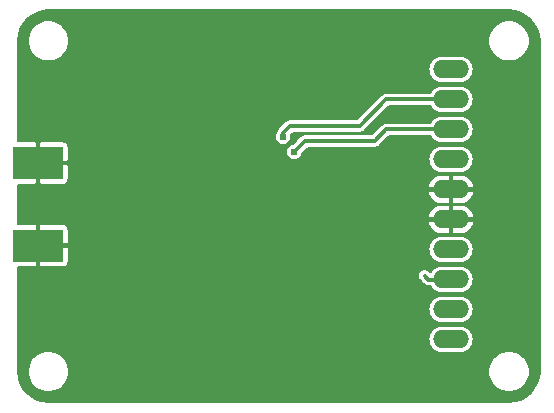
<source format=gbl>
G04 #@! TF.GenerationSoftware,KiCad,Pcbnew,5.1.10*
G04 #@! TF.CreationDate,2021-09-13T21:13:45+02:00*
G04 #@! TF.ProjectId,AX5043,41583530-3433-42e6-9b69-6361645f7063,rev?*
G04 #@! TF.SameCoordinates,Original*
G04 #@! TF.FileFunction,Copper,L2,Bot*
G04 #@! TF.FilePolarity,Positive*
%FSLAX46Y46*%
G04 Gerber Fmt 4.6, Leading zero omitted, Abs format (unit mm)*
G04 Created by KiCad (PCBNEW 5.1.10) date 2021-09-13 21:13:45*
%MOMM*%
%LPD*%
G01*
G04 APERTURE LIST*
G04 #@! TA.AperFunction,ComponentPad*
%ADD10O,3.048000X1.524000*%
G04 #@! TD*
G04 #@! TA.AperFunction,SMDPad,CuDef*
%ADD11R,4.191000X2.667000*%
G04 #@! TD*
G04 #@! TA.AperFunction,ViaPad*
%ADD12C,0.606400*%
G04 #@! TD*
G04 #@! TA.AperFunction,Conductor*
%ADD13C,0.355600*%
G04 #@! TD*
G04 #@! TA.AperFunction,Conductor*
%ADD14C,0.356000*%
G04 #@! TD*
G04 #@! TA.AperFunction,Conductor*
%ADD15C,0.177800*%
G04 #@! TD*
G04 #@! TA.AperFunction,Conductor*
%ADD16C,0.100000*%
G04 #@! TD*
G04 APERTURE END LIST*
D10*
X164084000Y-116268500D03*
X164084000Y-113728500D03*
X164084000Y-111188500D03*
X164084000Y-108648500D03*
X164084000Y-106108500D03*
X164084000Y-103568500D03*
X164084000Y-101028500D03*
X164084000Y-98488500D03*
X164084000Y-95948500D03*
X164084000Y-93408500D03*
D11*
X129115400Y-101343900D03*
X129115400Y-108333100D03*
D12*
X166307600Y-102821435D03*
X166307600Y-105510845D03*
X166307600Y-108200255D03*
X166307600Y-106855550D03*
X166307600Y-104166140D03*
X166307600Y-101476730D03*
X166307600Y-110889665D03*
X166307600Y-113579075D03*
X166307600Y-116268500D03*
X166307600Y-114923780D03*
X166307600Y-112234370D03*
X166307600Y-109544960D03*
X132081100Y-100096100D03*
X132081100Y-101048600D03*
X132081100Y-108668600D03*
X132081100Y-109621100D03*
X128588600Y-110573600D03*
X129541100Y-110573600D03*
X130493600Y-110573600D03*
X131446100Y-110573600D03*
X151766100Y-104223600D03*
X149861100Y-104223600D03*
X150813600Y-105176100D03*
X149861100Y-106128600D03*
X151766100Y-106128600D03*
X148273600Y-107716100D03*
X147638600Y-108351100D03*
X145098600Y-108986100D03*
X145098600Y-108033600D03*
X145098600Y-107081100D03*
X145098600Y-106128600D03*
X133351100Y-104858600D03*
X134303600Y-104858600D03*
X135256100Y-104858600D03*
X136208600Y-104858600D03*
X137161100Y-104858600D03*
X138113600Y-104858600D03*
X139066100Y-104858600D03*
X140018600Y-104858600D03*
X140971100Y-104858600D03*
X141923600Y-104858600D03*
X142876100Y-104858600D03*
X153353600Y-102636100D03*
X154306100Y-102636100D03*
X155258600Y-102636100D03*
X155893600Y-102001100D03*
X155893600Y-101048600D03*
X150813600Y-99143600D03*
X151448600Y-95968600D03*
X151448600Y-97238600D03*
X150813600Y-96603600D03*
X147638600Y-101366100D03*
X145098600Y-101048600D03*
X145098600Y-103588600D03*
X145098600Y-102318600D03*
X145098600Y-99778600D03*
X142875000Y-97472500D03*
X142876100Y-99060000D03*
X142876100Y-100520500D03*
X142558600Y-101683600D03*
X141606100Y-101683600D03*
X140653600Y-101683600D03*
X140336100Y-99461100D03*
X140336100Y-100413600D03*
X138431100Y-102001100D03*
X139701100Y-102001100D03*
X128588600Y-99143600D03*
X129541100Y-99143600D03*
X130493600Y-99143600D03*
X131446100Y-99143600D03*
X132081100Y-102001100D03*
X132081100Y-102953600D03*
X132081100Y-106763600D03*
X132081100Y-107716100D03*
X142241100Y-108033600D03*
X142241100Y-108986100D03*
X142241100Y-109938600D03*
X142241100Y-110891100D03*
X142241100Y-111843600D03*
X142241100Y-112796100D03*
X140336100Y-108033600D03*
X140336100Y-108986100D03*
X140336100Y-109938600D03*
X140336100Y-110891100D03*
X140336100Y-111843600D03*
X140336100Y-112796100D03*
X142241100Y-113748600D03*
X142241100Y-114701100D03*
X147956100Y-111843600D03*
X148908600Y-111843600D03*
X149861100Y-111843600D03*
X150813600Y-111843600D03*
X151766100Y-111843600D03*
X152718600Y-111843600D03*
X152718600Y-110891100D03*
X151448600Y-108351100D03*
X162180100Y-112478600D03*
X162180100Y-97238600D03*
X160656100Y-97238600D03*
X159703600Y-97238600D03*
X166307600Y-94753205D03*
X166307600Y-97442615D03*
X166307600Y-100132025D03*
X166307600Y-98787320D03*
X166307600Y-96097910D03*
X166307600Y-93408500D03*
X135573600Y-97556100D03*
X135573600Y-98508600D03*
X135573600Y-99461100D03*
X135573600Y-100413600D03*
X135573600Y-101366100D03*
X135573600Y-96603600D03*
X135573600Y-95651100D03*
X135573600Y-108033600D03*
X135573600Y-108986100D03*
X135573600Y-109938600D03*
X135573600Y-110891100D03*
X135573600Y-111843600D03*
X135573600Y-112796100D03*
X140336100Y-97238600D03*
X145098600Y-95968600D03*
X145098600Y-96921100D03*
X148908600Y-96603600D03*
X146686100Y-96603600D03*
X147956100Y-112796100D03*
X147956100Y-113748600D03*
X147956100Y-114701100D03*
X155893600Y-96921100D03*
X155893600Y-95968600D03*
X155893600Y-95016100D03*
X156845000Y-94678500D03*
X162180100Y-94698600D03*
X160656100Y-94698600D03*
X159703600Y-94698600D03*
X158751100Y-94698600D03*
X157798600Y-94698600D03*
X149861100Y-99143600D03*
X150813600Y-100413600D03*
D13*
X149861100Y-99143600D02*
X149861100Y-98826100D01*
X149861100Y-98826100D02*
X150496100Y-98191100D01*
X150496100Y-98191100D02*
X155618400Y-98191100D01*
D14*
X156380400Y-98191100D02*
X155618400Y-98191100D01*
X158623000Y-95948500D02*
X156380400Y-98191100D01*
X164084000Y-95948500D02*
X158623000Y-95948500D01*
D13*
X150813600Y-100413600D02*
X151766100Y-99461100D01*
X151766100Y-99461100D02*
X155722100Y-99461100D01*
D14*
X157650400Y-99461100D02*
X155722100Y-99461100D01*
X158623000Y-98488500D02*
X157650400Y-99461100D01*
X164084000Y-98488500D02*
X158623000Y-98488500D01*
D13*
X161862600Y-110891100D02*
X162180100Y-111208600D01*
X162180100Y-111208600D02*
X164085100Y-111208600D01*
D15*
X169500988Y-88469831D02*
X169982896Y-88615328D01*
X170427360Y-88851654D01*
X170817456Y-89169809D01*
X171138332Y-89557681D01*
X171377754Y-90000483D01*
X171526612Y-90481364D01*
X171581301Y-91001700D01*
X171581300Y-118979519D01*
X171530169Y-119500988D01*
X171384674Y-119982893D01*
X171148349Y-120427357D01*
X170830191Y-120817456D01*
X170442321Y-121138331D01*
X169999517Y-121377754D01*
X169518637Y-121526611D01*
X168998309Y-121581300D01*
X130020481Y-121581300D01*
X129499012Y-121530169D01*
X129017107Y-121384674D01*
X128572643Y-121148349D01*
X128182544Y-120830191D01*
X127861669Y-120442321D01*
X127622246Y-119999517D01*
X127473389Y-119518637D01*
X127418700Y-118998309D01*
X127418700Y-118828261D01*
X128256300Y-118828261D01*
X128256300Y-119171739D01*
X128323309Y-119508619D01*
X128454753Y-119825952D01*
X128645580Y-120111544D01*
X128888456Y-120354420D01*
X129174048Y-120545247D01*
X129491381Y-120676691D01*
X129828261Y-120743700D01*
X130171739Y-120743700D01*
X130508619Y-120676691D01*
X130825952Y-120545247D01*
X131111544Y-120354420D01*
X131354420Y-120111544D01*
X131545247Y-119825952D01*
X131676691Y-119508619D01*
X131743700Y-119171739D01*
X131743700Y-118828261D01*
X167256300Y-118828261D01*
X167256300Y-119171739D01*
X167323309Y-119508619D01*
X167454753Y-119825952D01*
X167645580Y-120111544D01*
X167888456Y-120354420D01*
X168174048Y-120545247D01*
X168491381Y-120676691D01*
X168828261Y-120743700D01*
X169171739Y-120743700D01*
X169508619Y-120676691D01*
X169825952Y-120545247D01*
X170111544Y-120354420D01*
X170354420Y-120111544D01*
X170545247Y-119825952D01*
X170676691Y-119508619D01*
X170743700Y-119171739D01*
X170743700Y-118828261D01*
X170676691Y-118491381D01*
X170545247Y-118174048D01*
X170354420Y-117888456D01*
X170111544Y-117645580D01*
X169825952Y-117454753D01*
X169508619Y-117323309D01*
X169171739Y-117256300D01*
X168828261Y-117256300D01*
X168491381Y-117323309D01*
X168174048Y-117454753D01*
X167888456Y-117645580D01*
X167645580Y-117888456D01*
X167454753Y-118174048D01*
X167323309Y-118491381D01*
X167256300Y-118828261D01*
X131743700Y-118828261D01*
X131676691Y-118491381D01*
X131545247Y-118174048D01*
X131354420Y-117888456D01*
X131111544Y-117645580D01*
X130825952Y-117454753D01*
X130508619Y-117323309D01*
X130171739Y-117256300D01*
X129828261Y-117256300D01*
X129491381Y-117323309D01*
X129174048Y-117454753D01*
X128888456Y-117645580D01*
X128645580Y-117888456D01*
X128454753Y-118174048D01*
X128323309Y-118491381D01*
X128256300Y-118828261D01*
X127418700Y-118828261D01*
X127418700Y-116268500D01*
X162160709Y-116268500D01*
X162183023Y-116495057D01*
X162249107Y-116712907D01*
X162356422Y-116913679D01*
X162500843Y-117089657D01*
X162676821Y-117234078D01*
X162877593Y-117341393D01*
X163095443Y-117407477D01*
X163265234Y-117424200D01*
X164902766Y-117424200D01*
X165072557Y-117407477D01*
X165290407Y-117341393D01*
X165491179Y-117234078D01*
X165667157Y-117089657D01*
X165811578Y-116913679D01*
X165918893Y-116712907D01*
X165984977Y-116495057D01*
X166007291Y-116268500D01*
X165984977Y-116041943D01*
X165918893Y-115824093D01*
X165811578Y-115623321D01*
X165667157Y-115447343D01*
X165491179Y-115302922D01*
X165290407Y-115195607D01*
X165072557Y-115129523D01*
X164902766Y-115112800D01*
X163265234Y-115112800D01*
X163095443Y-115129523D01*
X162877593Y-115195607D01*
X162676821Y-115302922D01*
X162500843Y-115447343D01*
X162356422Y-115623321D01*
X162249107Y-115824093D01*
X162183023Y-116041943D01*
X162160709Y-116268500D01*
X127418700Y-116268500D01*
X127418700Y-113728500D01*
X162160709Y-113728500D01*
X162183023Y-113955057D01*
X162249107Y-114172907D01*
X162356422Y-114373679D01*
X162500843Y-114549657D01*
X162676821Y-114694078D01*
X162877593Y-114801393D01*
X163095443Y-114867477D01*
X163265234Y-114884200D01*
X164902766Y-114884200D01*
X165072557Y-114867477D01*
X165290407Y-114801393D01*
X165491179Y-114694078D01*
X165667157Y-114549657D01*
X165811578Y-114373679D01*
X165918893Y-114172907D01*
X165984977Y-113955057D01*
X166007291Y-113728500D01*
X165984977Y-113501943D01*
X165918893Y-113284093D01*
X165811578Y-113083321D01*
X165667157Y-112907343D01*
X165491179Y-112762922D01*
X165290407Y-112655607D01*
X165072557Y-112589523D01*
X164902766Y-112572800D01*
X163265234Y-112572800D01*
X163095443Y-112589523D01*
X162877593Y-112655607D01*
X162676821Y-112762922D01*
X162500843Y-112907343D01*
X162356422Y-113083321D01*
X162249107Y-113284093D01*
X162183023Y-113501943D01*
X162160709Y-113728500D01*
X127418700Y-113728500D01*
X127418700Y-110891100D01*
X161288335Y-110891100D01*
X161299369Y-111003133D01*
X161332048Y-111110861D01*
X161385116Y-111210144D01*
X161438638Y-111275360D01*
X161756130Y-111592852D01*
X161774033Y-111614667D01*
X161861055Y-111686084D01*
X161960338Y-111739152D01*
X162068066Y-111771831D01*
X162180100Y-111782865D01*
X162208174Y-111780100D01*
X162327783Y-111780100D01*
X162356422Y-111833679D01*
X162500843Y-112009657D01*
X162676821Y-112154078D01*
X162877593Y-112261393D01*
X163095443Y-112327477D01*
X163265234Y-112344200D01*
X164902766Y-112344200D01*
X165072557Y-112327477D01*
X165290407Y-112261393D01*
X165491179Y-112154078D01*
X165667157Y-112009657D01*
X165811578Y-111833679D01*
X165918893Y-111632907D01*
X165984977Y-111415057D01*
X166007291Y-111188500D01*
X165984977Y-110961943D01*
X165918893Y-110744093D01*
X165811578Y-110543321D01*
X165667157Y-110367343D01*
X165491179Y-110222922D01*
X165290407Y-110115607D01*
X165072557Y-110049523D01*
X164902766Y-110032800D01*
X163265234Y-110032800D01*
X163095443Y-110049523D01*
X162877593Y-110115607D01*
X162676821Y-110222922D01*
X162500843Y-110367343D01*
X162356422Y-110543321D01*
X162344795Y-110565073D01*
X162246860Y-110467138D01*
X162181644Y-110413616D01*
X162082361Y-110360548D01*
X161974633Y-110327869D01*
X161862600Y-110316835D01*
X161750567Y-110327869D01*
X161642839Y-110360548D01*
X161543556Y-110413616D01*
X161456534Y-110485034D01*
X161385116Y-110572056D01*
X161332048Y-110671339D01*
X161299369Y-110779067D01*
X161288335Y-110891100D01*
X127418700Y-110891100D01*
X127418700Y-110162979D01*
X128877875Y-110161100D01*
X129001500Y-110037475D01*
X129001500Y-108447000D01*
X129229300Y-108447000D01*
X129229300Y-110037475D01*
X129352925Y-110161100D01*
X131210900Y-110163493D01*
X131307839Y-110153945D01*
X131401053Y-110125669D01*
X131486959Y-110079751D01*
X131562256Y-110017956D01*
X131624051Y-109942659D01*
X131669969Y-109856753D01*
X131698245Y-109763539D01*
X131707793Y-109666600D01*
X131705571Y-108648500D01*
X162160709Y-108648500D01*
X162183023Y-108875057D01*
X162249107Y-109092907D01*
X162356422Y-109293679D01*
X162500843Y-109469657D01*
X162676821Y-109614078D01*
X162877593Y-109721393D01*
X163095443Y-109787477D01*
X163265234Y-109804200D01*
X164902766Y-109804200D01*
X165072557Y-109787477D01*
X165290407Y-109721393D01*
X165491179Y-109614078D01*
X165667157Y-109469657D01*
X165811578Y-109293679D01*
X165918893Y-109092907D01*
X165984977Y-108875057D01*
X166007291Y-108648500D01*
X165984977Y-108421943D01*
X165918893Y-108204093D01*
X165811578Y-108003321D01*
X165667157Y-107827343D01*
X165491179Y-107682922D01*
X165290407Y-107575607D01*
X165072557Y-107509523D01*
X164902766Y-107492800D01*
X163265234Y-107492800D01*
X163095443Y-107509523D01*
X162877593Y-107575607D01*
X162676821Y-107682922D01*
X162500843Y-107827343D01*
X162356422Y-108003321D01*
X162249107Y-108204093D01*
X162183023Y-108421943D01*
X162160709Y-108648500D01*
X131705571Y-108648500D01*
X131705400Y-108570625D01*
X131581775Y-108447000D01*
X129229300Y-108447000D01*
X129001500Y-108447000D01*
X128981500Y-108447000D01*
X128981500Y-108219200D01*
X129001500Y-108219200D01*
X129001500Y-106628725D01*
X129229300Y-106628725D01*
X129229300Y-108219200D01*
X131581775Y-108219200D01*
X131705400Y-108095575D01*
X131707793Y-106999600D01*
X131698245Y-106902661D01*
X131669969Y-106809447D01*
X131624051Y-106723541D01*
X131562256Y-106648244D01*
X131486959Y-106586449D01*
X131401053Y-106540531D01*
X131307839Y-106512255D01*
X131210900Y-106502707D01*
X129352925Y-106505100D01*
X129229300Y-106628725D01*
X129001500Y-106628725D01*
X128877875Y-106505100D01*
X127418700Y-106503221D01*
X127418700Y-106416748D01*
X162103897Y-106416748D01*
X162117558Y-106484111D01*
X162213979Y-106711869D01*
X162352981Y-106916440D01*
X162529222Y-107089962D01*
X162735929Y-107225767D01*
X162965158Y-107318636D01*
X163208100Y-107365000D01*
X163970100Y-107365000D01*
X163970100Y-106222400D01*
X164197900Y-106222400D01*
X164197900Y-107365000D01*
X164959900Y-107365000D01*
X165202842Y-107318636D01*
X165432071Y-107225767D01*
X165638778Y-107089962D01*
X165815019Y-106916440D01*
X165954021Y-106711869D01*
X166050442Y-106484111D01*
X166064103Y-106416748D01*
X165973135Y-106222400D01*
X164197900Y-106222400D01*
X163970100Y-106222400D01*
X162194865Y-106222400D01*
X162103897Y-106416748D01*
X127418700Y-106416748D01*
X127418700Y-105800252D01*
X162103897Y-105800252D01*
X162194865Y-105994600D01*
X163970100Y-105994600D01*
X163970100Y-104852000D01*
X164197900Y-104852000D01*
X164197900Y-105994600D01*
X165973135Y-105994600D01*
X166064103Y-105800252D01*
X166050442Y-105732889D01*
X165954021Y-105505131D01*
X165815019Y-105300560D01*
X165638778Y-105127038D01*
X165432071Y-104991233D01*
X165202842Y-104898364D01*
X164959900Y-104852000D01*
X164197900Y-104852000D01*
X163970100Y-104852000D01*
X163208100Y-104852000D01*
X162965158Y-104898364D01*
X162735929Y-104991233D01*
X162529222Y-105127038D01*
X162352981Y-105300560D01*
X162213979Y-105505131D01*
X162117558Y-105732889D01*
X162103897Y-105800252D01*
X127418700Y-105800252D01*
X127418700Y-103876748D01*
X162103897Y-103876748D01*
X162117558Y-103944111D01*
X162213979Y-104171869D01*
X162352981Y-104376440D01*
X162529222Y-104549962D01*
X162735929Y-104685767D01*
X162965158Y-104778636D01*
X163208100Y-104825000D01*
X163970100Y-104825000D01*
X163970100Y-103682400D01*
X164197900Y-103682400D01*
X164197900Y-104825000D01*
X164959900Y-104825000D01*
X165202842Y-104778636D01*
X165432071Y-104685767D01*
X165638778Y-104549962D01*
X165815019Y-104376440D01*
X165954021Y-104171869D01*
X166050442Y-103944111D01*
X166064103Y-103876748D01*
X165973135Y-103682400D01*
X164197900Y-103682400D01*
X163970100Y-103682400D01*
X162194865Y-103682400D01*
X162103897Y-103876748D01*
X127418700Y-103876748D01*
X127418700Y-103260252D01*
X162103897Y-103260252D01*
X162194865Y-103454600D01*
X163970100Y-103454600D01*
X163970100Y-102312000D01*
X164197900Y-102312000D01*
X164197900Y-103454600D01*
X165973135Y-103454600D01*
X166064103Y-103260252D01*
X166050442Y-103192889D01*
X165954021Y-102965131D01*
X165815019Y-102760560D01*
X165638778Y-102587038D01*
X165432071Y-102451233D01*
X165202842Y-102358364D01*
X164959900Y-102312000D01*
X164197900Y-102312000D01*
X163970100Y-102312000D01*
X163208100Y-102312000D01*
X162965158Y-102358364D01*
X162735929Y-102451233D01*
X162529222Y-102587038D01*
X162352981Y-102760560D01*
X162213979Y-102965131D01*
X162117558Y-103192889D01*
X162103897Y-103260252D01*
X127418700Y-103260252D01*
X127418700Y-103173779D01*
X128877875Y-103171900D01*
X129001500Y-103048275D01*
X129001500Y-101457800D01*
X129229300Y-101457800D01*
X129229300Y-103048275D01*
X129352925Y-103171900D01*
X131210900Y-103174293D01*
X131307839Y-103164745D01*
X131401053Y-103136469D01*
X131486959Y-103090551D01*
X131562256Y-103028756D01*
X131624051Y-102953459D01*
X131669969Y-102867553D01*
X131698245Y-102774339D01*
X131707793Y-102677400D01*
X131705400Y-101581425D01*
X131581775Y-101457800D01*
X129229300Y-101457800D01*
X129001500Y-101457800D01*
X128981500Y-101457800D01*
X128981500Y-101230000D01*
X129001500Y-101230000D01*
X129001500Y-99639525D01*
X129229300Y-99639525D01*
X129229300Y-101230000D01*
X131581775Y-101230000D01*
X131705400Y-101106375D01*
X131707062Y-100344961D01*
X150116700Y-100344961D01*
X150116700Y-100482239D01*
X150143481Y-100616878D01*
X150196015Y-100743706D01*
X150272282Y-100857848D01*
X150369352Y-100954918D01*
X150483494Y-101031185D01*
X150610322Y-101083719D01*
X150744961Y-101110500D01*
X150882239Y-101110500D01*
X151016878Y-101083719D01*
X151143706Y-101031185D01*
X151147724Y-101028500D01*
X162160709Y-101028500D01*
X162183023Y-101255057D01*
X162249107Y-101472907D01*
X162356422Y-101673679D01*
X162500843Y-101849657D01*
X162676821Y-101994078D01*
X162877593Y-102101393D01*
X163095443Y-102167477D01*
X163265234Y-102184200D01*
X164902766Y-102184200D01*
X165072557Y-102167477D01*
X165290407Y-102101393D01*
X165491179Y-101994078D01*
X165667157Y-101849657D01*
X165811578Y-101673679D01*
X165918893Y-101472907D01*
X165984977Y-101255057D01*
X166007291Y-101028500D01*
X165984977Y-100801943D01*
X165918893Y-100584093D01*
X165811578Y-100383321D01*
X165667157Y-100207343D01*
X165491179Y-100062922D01*
X165290407Y-99955607D01*
X165072557Y-99889523D01*
X164902766Y-99872800D01*
X163265234Y-99872800D01*
X163095443Y-99889523D01*
X162877593Y-99955607D01*
X162676821Y-100062922D01*
X162500843Y-100207343D01*
X162356422Y-100383321D01*
X162249107Y-100584093D01*
X162183023Y-100801943D01*
X162160709Y-101028500D01*
X151147724Y-101028500D01*
X151257848Y-100954918D01*
X151354918Y-100857848D01*
X151431185Y-100743706D01*
X151483719Y-100616878D01*
X151499902Y-100535521D01*
X152002823Y-100032600D01*
X155691985Y-100032600D01*
X155694016Y-100032800D01*
X157622319Y-100032800D01*
X157650400Y-100035566D01*
X157678481Y-100032800D01*
X157678484Y-100032800D01*
X157762473Y-100024528D01*
X157870239Y-99991837D01*
X157969556Y-99938751D01*
X158056609Y-99867309D01*
X158074516Y-99845489D01*
X158859806Y-99060200D01*
X162317147Y-99060200D01*
X162356422Y-99133679D01*
X162500843Y-99309657D01*
X162676821Y-99454078D01*
X162877593Y-99561393D01*
X163095443Y-99627477D01*
X163265234Y-99644200D01*
X164902766Y-99644200D01*
X165072557Y-99627477D01*
X165290407Y-99561393D01*
X165491179Y-99454078D01*
X165667157Y-99309657D01*
X165811578Y-99133679D01*
X165918893Y-98932907D01*
X165984977Y-98715057D01*
X166007291Y-98488500D01*
X165984977Y-98261943D01*
X165918893Y-98044093D01*
X165811578Y-97843321D01*
X165667157Y-97667343D01*
X165491179Y-97522922D01*
X165290407Y-97415607D01*
X165072557Y-97349523D01*
X164902766Y-97332800D01*
X163265234Y-97332800D01*
X163095443Y-97349523D01*
X162877593Y-97415607D01*
X162676821Y-97522922D01*
X162500843Y-97667343D01*
X162356422Y-97843321D01*
X162317147Y-97916800D01*
X158651081Y-97916800D01*
X158622999Y-97914034D01*
X158594918Y-97916800D01*
X158594916Y-97916800D01*
X158510927Y-97925072D01*
X158403161Y-97957763D01*
X158303843Y-98010849D01*
X158248637Y-98056156D01*
X158216791Y-98082291D01*
X158198888Y-98104106D01*
X157413595Y-98889400D01*
X155694016Y-98889400D01*
X155691985Y-98889600D01*
X151794171Y-98889600D01*
X151766099Y-98886835D01*
X151738027Y-98889600D01*
X151738026Y-98889600D01*
X151654066Y-98897869D01*
X151546338Y-98930548D01*
X151447055Y-98983616D01*
X151360033Y-99055033D01*
X151342134Y-99076843D01*
X150691679Y-99727298D01*
X150610322Y-99743481D01*
X150483494Y-99796015D01*
X150369352Y-99872282D01*
X150272282Y-99969352D01*
X150196015Y-100083494D01*
X150143481Y-100210322D01*
X150116700Y-100344961D01*
X131707062Y-100344961D01*
X131707793Y-100010400D01*
X131698245Y-99913461D01*
X131669969Y-99820247D01*
X131624051Y-99734341D01*
X131562256Y-99659044D01*
X131486959Y-99597249D01*
X131401053Y-99551331D01*
X131307839Y-99523055D01*
X131210900Y-99513507D01*
X129352925Y-99515900D01*
X129229300Y-99639525D01*
X129001500Y-99639525D01*
X128877875Y-99515900D01*
X127418700Y-99514021D01*
X127418700Y-99074961D01*
X149164200Y-99074961D01*
X149164200Y-99212239D01*
X149190981Y-99346878D01*
X149243515Y-99473706D01*
X149319782Y-99587848D01*
X149416852Y-99684918D01*
X149530994Y-99761185D01*
X149657822Y-99813719D01*
X149792461Y-99840500D01*
X149929739Y-99840500D01*
X150064378Y-99813719D01*
X150191206Y-99761185D01*
X150305348Y-99684918D01*
X150402418Y-99587848D01*
X150478685Y-99473706D01*
X150531219Y-99346878D01*
X150558000Y-99212239D01*
X150558000Y-99074961D01*
X150535181Y-98960241D01*
X150732823Y-98762600D01*
X155588285Y-98762600D01*
X155590316Y-98762800D01*
X156352319Y-98762800D01*
X156380400Y-98765566D01*
X156408481Y-98762800D01*
X156408484Y-98762800D01*
X156492473Y-98754528D01*
X156600239Y-98721837D01*
X156699556Y-98668751D01*
X156786609Y-98597309D01*
X156804516Y-98575489D01*
X158859806Y-96520200D01*
X162317147Y-96520200D01*
X162356422Y-96593679D01*
X162500843Y-96769657D01*
X162676821Y-96914078D01*
X162877593Y-97021393D01*
X163095443Y-97087477D01*
X163265234Y-97104200D01*
X164902766Y-97104200D01*
X165072557Y-97087477D01*
X165290407Y-97021393D01*
X165491179Y-96914078D01*
X165667157Y-96769657D01*
X165811578Y-96593679D01*
X165918893Y-96392907D01*
X165984977Y-96175057D01*
X166007291Y-95948500D01*
X165984977Y-95721943D01*
X165918893Y-95504093D01*
X165811578Y-95303321D01*
X165667157Y-95127343D01*
X165491179Y-94982922D01*
X165290407Y-94875607D01*
X165072557Y-94809523D01*
X164902766Y-94792800D01*
X163265234Y-94792800D01*
X163095443Y-94809523D01*
X162877593Y-94875607D01*
X162676821Y-94982922D01*
X162500843Y-95127343D01*
X162356422Y-95303321D01*
X162317147Y-95376800D01*
X158651081Y-95376800D01*
X158622999Y-95374034D01*
X158594917Y-95376800D01*
X158594916Y-95376800D01*
X158510927Y-95385072D01*
X158403161Y-95417763D01*
X158303843Y-95470849D01*
X158248637Y-95516156D01*
X158216791Y-95542291D01*
X158198888Y-95564106D01*
X156143595Y-97619400D01*
X155590316Y-97619400D01*
X155588285Y-97619600D01*
X150524174Y-97619600D01*
X150496100Y-97616835D01*
X150468026Y-97619600D01*
X150384066Y-97627869D01*
X150276338Y-97660548D01*
X150177055Y-97713616D01*
X150090033Y-97785033D01*
X150072134Y-97806843D01*
X149476844Y-98402134D01*
X149455034Y-98420033D01*
X149383617Y-98507055D01*
X149330548Y-98606338D01*
X149297869Y-98714066D01*
X149297869Y-98714067D01*
X149295780Y-98735273D01*
X149243515Y-98813494D01*
X149190981Y-98940322D01*
X149164200Y-99074961D01*
X127418700Y-99074961D01*
X127418700Y-93408500D01*
X162160709Y-93408500D01*
X162183023Y-93635057D01*
X162249107Y-93852907D01*
X162356422Y-94053679D01*
X162500843Y-94229657D01*
X162676821Y-94374078D01*
X162877593Y-94481393D01*
X163095443Y-94547477D01*
X163265234Y-94564200D01*
X164902766Y-94564200D01*
X165072557Y-94547477D01*
X165290407Y-94481393D01*
X165491179Y-94374078D01*
X165667157Y-94229657D01*
X165811578Y-94053679D01*
X165918893Y-93852907D01*
X165984977Y-93635057D01*
X166007291Y-93408500D01*
X165984977Y-93181943D01*
X165918893Y-92964093D01*
X165811578Y-92763321D01*
X165667157Y-92587343D01*
X165491179Y-92442922D01*
X165290407Y-92335607D01*
X165072557Y-92269523D01*
X164902766Y-92252800D01*
X163265234Y-92252800D01*
X163095443Y-92269523D01*
X162877593Y-92335607D01*
X162676821Y-92442922D01*
X162500843Y-92587343D01*
X162356422Y-92763321D01*
X162249107Y-92964093D01*
X162183023Y-93181943D01*
X162160709Y-93408500D01*
X127418700Y-93408500D01*
X127418700Y-91020481D01*
X127437547Y-90828261D01*
X128256300Y-90828261D01*
X128256300Y-91171739D01*
X128323309Y-91508619D01*
X128454753Y-91825952D01*
X128645580Y-92111544D01*
X128888456Y-92354420D01*
X129174048Y-92545247D01*
X129491381Y-92676691D01*
X129828261Y-92743700D01*
X130171739Y-92743700D01*
X130508619Y-92676691D01*
X130825952Y-92545247D01*
X131111544Y-92354420D01*
X131354420Y-92111544D01*
X131545247Y-91825952D01*
X131676691Y-91508619D01*
X131743700Y-91171739D01*
X131743700Y-90828261D01*
X167256300Y-90828261D01*
X167256300Y-91171739D01*
X167323309Y-91508619D01*
X167454753Y-91825952D01*
X167645580Y-92111544D01*
X167888456Y-92354420D01*
X168174048Y-92545247D01*
X168491381Y-92676691D01*
X168828261Y-92743700D01*
X169171739Y-92743700D01*
X169508619Y-92676691D01*
X169825952Y-92545247D01*
X170111544Y-92354420D01*
X170354420Y-92111544D01*
X170545247Y-91825952D01*
X170676691Y-91508619D01*
X170743700Y-91171739D01*
X170743700Y-90828261D01*
X170676691Y-90491381D01*
X170545247Y-90174048D01*
X170354420Y-89888456D01*
X170111544Y-89645580D01*
X169825952Y-89454753D01*
X169508619Y-89323309D01*
X169171739Y-89256300D01*
X168828261Y-89256300D01*
X168491381Y-89323309D01*
X168174048Y-89454753D01*
X167888456Y-89645580D01*
X167645580Y-89888456D01*
X167454753Y-90174048D01*
X167323309Y-90491381D01*
X167256300Y-90828261D01*
X131743700Y-90828261D01*
X131676691Y-90491381D01*
X131545247Y-90174048D01*
X131354420Y-89888456D01*
X131111544Y-89645580D01*
X130825952Y-89454753D01*
X130508619Y-89323309D01*
X130171739Y-89256300D01*
X129828261Y-89256300D01*
X129491381Y-89323309D01*
X129174048Y-89454753D01*
X128888456Y-89645580D01*
X128645580Y-89888456D01*
X128454753Y-90174048D01*
X128323309Y-90491381D01*
X128256300Y-90828261D01*
X127437547Y-90828261D01*
X127469831Y-90499012D01*
X127615328Y-90017104D01*
X127851654Y-89572640D01*
X128169809Y-89182544D01*
X128557681Y-88861668D01*
X129000483Y-88622246D01*
X129481364Y-88473388D01*
X130001691Y-88418700D01*
X168979519Y-88418700D01*
X169500988Y-88469831D01*
G04 #@! TA.AperFunction,Conductor*
D16*
G36*
X169500988Y-88469831D02*
G01*
X169982896Y-88615328D01*
X170427360Y-88851654D01*
X170817456Y-89169809D01*
X171138332Y-89557681D01*
X171377754Y-90000483D01*
X171526612Y-90481364D01*
X171581301Y-91001700D01*
X171581300Y-118979519D01*
X171530169Y-119500988D01*
X171384674Y-119982893D01*
X171148349Y-120427357D01*
X170830191Y-120817456D01*
X170442321Y-121138331D01*
X169999517Y-121377754D01*
X169518637Y-121526611D01*
X168998309Y-121581300D01*
X130020481Y-121581300D01*
X129499012Y-121530169D01*
X129017107Y-121384674D01*
X128572643Y-121148349D01*
X128182544Y-120830191D01*
X127861669Y-120442321D01*
X127622246Y-119999517D01*
X127473389Y-119518637D01*
X127418700Y-118998309D01*
X127418700Y-118828261D01*
X128256300Y-118828261D01*
X128256300Y-119171739D01*
X128323309Y-119508619D01*
X128454753Y-119825952D01*
X128645580Y-120111544D01*
X128888456Y-120354420D01*
X129174048Y-120545247D01*
X129491381Y-120676691D01*
X129828261Y-120743700D01*
X130171739Y-120743700D01*
X130508619Y-120676691D01*
X130825952Y-120545247D01*
X131111544Y-120354420D01*
X131354420Y-120111544D01*
X131545247Y-119825952D01*
X131676691Y-119508619D01*
X131743700Y-119171739D01*
X131743700Y-118828261D01*
X167256300Y-118828261D01*
X167256300Y-119171739D01*
X167323309Y-119508619D01*
X167454753Y-119825952D01*
X167645580Y-120111544D01*
X167888456Y-120354420D01*
X168174048Y-120545247D01*
X168491381Y-120676691D01*
X168828261Y-120743700D01*
X169171739Y-120743700D01*
X169508619Y-120676691D01*
X169825952Y-120545247D01*
X170111544Y-120354420D01*
X170354420Y-120111544D01*
X170545247Y-119825952D01*
X170676691Y-119508619D01*
X170743700Y-119171739D01*
X170743700Y-118828261D01*
X170676691Y-118491381D01*
X170545247Y-118174048D01*
X170354420Y-117888456D01*
X170111544Y-117645580D01*
X169825952Y-117454753D01*
X169508619Y-117323309D01*
X169171739Y-117256300D01*
X168828261Y-117256300D01*
X168491381Y-117323309D01*
X168174048Y-117454753D01*
X167888456Y-117645580D01*
X167645580Y-117888456D01*
X167454753Y-118174048D01*
X167323309Y-118491381D01*
X167256300Y-118828261D01*
X131743700Y-118828261D01*
X131676691Y-118491381D01*
X131545247Y-118174048D01*
X131354420Y-117888456D01*
X131111544Y-117645580D01*
X130825952Y-117454753D01*
X130508619Y-117323309D01*
X130171739Y-117256300D01*
X129828261Y-117256300D01*
X129491381Y-117323309D01*
X129174048Y-117454753D01*
X128888456Y-117645580D01*
X128645580Y-117888456D01*
X128454753Y-118174048D01*
X128323309Y-118491381D01*
X128256300Y-118828261D01*
X127418700Y-118828261D01*
X127418700Y-116268500D01*
X162160709Y-116268500D01*
X162183023Y-116495057D01*
X162249107Y-116712907D01*
X162356422Y-116913679D01*
X162500843Y-117089657D01*
X162676821Y-117234078D01*
X162877593Y-117341393D01*
X163095443Y-117407477D01*
X163265234Y-117424200D01*
X164902766Y-117424200D01*
X165072557Y-117407477D01*
X165290407Y-117341393D01*
X165491179Y-117234078D01*
X165667157Y-117089657D01*
X165811578Y-116913679D01*
X165918893Y-116712907D01*
X165984977Y-116495057D01*
X166007291Y-116268500D01*
X165984977Y-116041943D01*
X165918893Y-115824093D01*
X165811578Y-115623321D01*
X165667157Y-115447343D01*
X165491179Y-115302922D01*
X165290407Y-115195607D01*
X165072557Y-115129523D01*
X164902766Y-115112800D01*
X163265234Y-115112800D01*
X163095443Y-115129523D01*
X162877593Y-115195607D01*
X162676821Y-115302922D01*
X162500843Y-115447343D01*
X162356422Y-115623321D01*
X162249107Y-115824093D01*
X162183023Y-116041943D01*
X162160709Y-116268500D01*
X127418700Y-116268500D01*
X127418700Y-113728500D01*
X162160709Y-113728500D01*
X162183023Y-113955057D01*
X162249107Y-114172907D01*
X162356422Y-114373679D01*
X162500843Y-114549657D01*
X162676821Y-114694078D01*
X162877593Y-114801393D01*
X163095443Y-114867477D01*
X163265234Y-114884200D01*
X164902766Y-114884200D01*
X165072557Y-114867477D01*
X165290407Y-114801393D01*
X165491179Y-114694078D01*
X165667157Y-114549657D01*
X165811578Y-114373679D01*
X165918893Y-114172907D01*
X165984977Y-113955057D01*
X166007291Y-113728500D01*
X165984977Y-113501943D01*
X165918893Y-113284093D01*
X165811578Y-113083321D01*
X165667157Y-112907343D01*
X165491179Y-112762922D01*
X165290407Y-112655607D01*
X165072557Y-112589523D01*
X164902766Y-112572800D01*
X163265234Y-112572800D01*
X163095443Y-112589523D01*
X162877593Y-112655607D01*
X162676821Y-112762922D01*
X162500843Y-112907343D01*
X162356422Y-113083321D01*
X162249107Y-113284093D01*
X162183023Y-113501943D01*
X162160709Y-113728500D01*
X127418700Y-113728500D01*
X127418700Y-110891100D01*
X161288335Y-110891100D01*
X161299369Y-111003133D01*
X161332048Y-111110861D01*
X161385116Y-111210144D01*
X161438638Y-111275360D01*
X161756130Y-111592852D01*
X161774033Y-111614667D01*
X161861055Y-111686084D01*
X161960338Y-111739152D01*
X162068066Y-111771831D01*
X162180100Y-111782865D01*
X162208174Y-111780100D01*
X162327783Y-111780100D01*
X162356422Y-111833679D01*
X162500843Y-112009657D01*
X162676821Y-112154078D01*
X162877593Y-112261393D01*
X163095443Y-112327477D01*
X163265234Y-112344200D01*
X164902766Y-112344200D01*
X165072557Y-112327477D01*
X165290407Y-112261393D01*
X165491179Y-112154078D01*
X165667157Y-112009657D01*
X165811578Y-111833679D01*
X165918893Y-111632907D01*
X165984977Y-111415057D01*
X166007291Y-111188500D01*
X165984977Y-110961943D01*
X165918893Y-110744093D01*
X165811578Y-110543321D01*
X165667157Y-110367343D01*
X165491179Y-110222922D01*
X165290407Y-110115607D01*
X165072557Y-110049523D01*
X164902766Y-110032800D01*
X163265234Y-110032800D01*
X163095443Y-110049523D01*
X162877593Y-110115607D01*
X162676821Y-110222922D01*
X162500843Y-110367343D01*
X162356422Y-110543321D01*
X162344795Y-110565073D01*
X162246860Y-110467138D01*
X162181644Y-110413616D01*
X162082361Y-110360548D01*
X161974633Y-110327869D01*
X161862600Y-110316835D01*
X161750567Y-110327869D01*
X161642839Y-110360548D01*
X161543556Y-110413616D01*
X161456534Y-110485034D01*
X161385116Y-110572056D01*
X161332048Y-110671339D01*
X161299369Y-110779067D01*
X161288335Y-110891100D01*
X127418700Y-110891100D01*
X127418700Y-110162979D01*
X128877875Y-110161100D01*
X129001500Y-110037475D01*
X129001500Y-108447000D01*
X129229300Y-108447000D01*
X129229300Y-110037475D01*
X129352925Y-110161100D01*
X131210900Y-110163493D01*
X131307839Y-110153945D01*
X131401053Y-110125669D01*
X131486959Y-110079751D01*
X131562256Y-110017956D01*
X131624051Y-109942659D01*
X131669969Y-109856753D01*
X131698245Y-109763539D01*
X131707793Y-109666600D01*
X131705571Y-108648500D01*
X162160709Y-108648500D01*
X162183023Y-108875057D01*
X162249107Y-109092907D01*
X162356422Y-109293679D01*
X162500843Y-109469657D01*
X162676821Y-109614078D01*
X162877593Y-109721393D01*
X163095443Y-109787477D01*
X163265234Y-109804200D01*
X164902766Y-109804200D01*
X165072557Y-109787477D01*
X165290407Y-109721393D01*
X165491179Y-109614078D01*
X165667157Y-109469657D01*
X165811578Y-109293679D01*
X165918893Y-109092907D01*
X165984977Y-108875057D01*
X166007291Y-108648500D01*
X165984977Y-108421943D01*
X165918893Y-108204093D01*
X165811578Y-108003321D01*
X165667157Y-107827343D01*
X165491179Y-107682922D01*
X165290407Y-107575607D01*
X165072557Y-107509523D01*
X164902766Y-107492800D01*
X163265234Y-107492800D01*
X163095443Y-107509523D01*
X162877593Y-107575607D01*
X162676821Y-107682922D01*
X162500843Y-107827343D01*
X162356422Y-108003321D01*
X162249107Y-108204093D01*
X162183023Y-108421943D01*
X162160709Y-108648500D01*
X131705571Y-108648500D01*
X131705400Y-108570625D01*
X131581775Y-108447000D01*
X129229300Y-108447000D01*
X129001500Y-108447000D01*
X128981500Y-108447000D01*
X128981500Y-108219200D01*
X129001500Y-108219200D01*
X129001500Y-106628725D01*
X129229300Y-106628725D01*
X129229300Y-108219200D01*
X131581775Y-108219200D01*
X131705400Y-108095575D01*
X131707793Y-106999600D01*
X131698245Y-106902661D01*
X131669969Y-106809447D01*
X131624051Y-106723541D01*
X131562256Y-106648244D01*
X131486959Y-106586449D01*
X131401053Y-106540531D01*
X131307839Y-106512255D01*
X131210900Y-106502707D01*
X129352925Y-106505100D01*
X129229300Y-106628725D01*
X129001500Y-106628725D01*
X128877875Y-106505100D01*
X127418700Y-106503221D01*
X127418700Y-106416748D01*
X162103897Y-106416748D01*
X162117558Y-106484111D01*
X162213979Y-106711869D01*
X162352981Y-106916440D01*
X162529222Y-107089962D01*
X162735929Y-107225767D01*
X162965158Y-107318636D01*
X163208100Y-107365000D01*
X163970100Y-107365000D01*
X163970100Y-106222400D01*
X164197900Y-106222400D01*
X164197900Y-107365000D01*
X164959900Y-107365000D01*
X165202842Y-107318636D01*
X165432071Y-107225767D01*
X165638778Y-107089962D01*
X165815019Y-106916440D01*
X165954021Y-106711869D01*
X166050442Y-106484111D01*
X166064103Y-106416748D01*
X165973135Y-106222400D01*
X164197900Y-106222400D01*
X163970100Y-106222400D01*
X162194865Y-106222400D01*
X162103897Y-106416748D01*
X127418700Y-106416748D01*
X127418700Y-105800252D01*
X162103897Y-105800252D01*
X162194865Y-105994600D01*
X163970100Y-105994600D01*
X163970100Y-104852000D01*
X164197900Y-104852000D01*
X164197900Y-105994600D01*
X165973135Y-105994600D01*
X166064103Y-105800252D01*
X166050442Y-105732889D01*
X165954021Y-105505131D01*
X165815019Y-105300560D01*
X165638778Y-105127038D01*
X165432071Y-104991233D01*
X165202842Y-104898364D01*
X164959900Y-104852000D01*
X164197900Y-104852000D01*
X163970100Y-104852000D01*
X163208100Y-104852000D01*
X162965158Y-104898364D01*
X162735929Y-104991233D01*
X162529222Y-105127038D01*
X162352981Y-105300560D01*
X162213979Y-105505131D01*
X162117558Y-105732889D01*
X162103897Y-105800252D01*
X127418700Y-105800252D01*
X127418700Y-103876748D01*
X162103897Y-103876748D01*
X162117558Y-103944111D01*
X162213979Y-104171869D01*
X162352981Y-104376440D01*
X162529222Y-104549962D01*
X162735929Y-104685767D01*
X162965158Y-104778636D01*
X163208100Y-104825000D01*
X163970100Y-104825000D01*
X163970100Y-103682400D01*
X164197900Y-103682400D01*
X164197900Y-104825000D01*
X164959900Y-104825000D01*
X165202842Y-104778636D01*
X165432071Y-104685767D01*
X165638778Y-104549962D01*
X165815019Y-104376440D01*
X165954021Y-104171869D01*
X166050442Y-103944111D01*
X166064103Y-103876748D01*
X165973135Y-103682400D01*
X164197900Y-103682400D01*
X163970100Y-103682400D01*
X162194865Y-103682400D01*
X162103897Y-103876748D01*
X127418700Y-103876748D01*
X127418700Y-103260252D01*
X162103897Y-103260252D01*
X162194865Y-103454600D01*
X163970100Y-103454600D01*
X163970100Y-102312000D01*
X164197900Y-102312000D01*
X164197900Y-103454600D01*
X165973135Y-103454600D01*
X166064103Y-103260252D01*
X166050442Y-103192889D01*
X165954021Y-102965131D01*
X165815019Y-102760560D01*
X165638778Y-102587038D01*
X165432071Y-102451233D01*
X165202842Y-102358364D01*
X164959900Y-102312000D01*
X164197900Y-102312000D01*
X163970100Y-102312000D01*
X163208100Y-102312000D01*
X162965158Y-102358364D01*
X162735929Y-102451233D01*
X162529222Y-102587038D01*
X162352981Y-102760560D01*
X162213979Y-102965131D01*
X162117558Y-103192889D01*
X162103897Y-103260252D01*
X127418700Y-103260252D01*
X127418700Y-103173779D01*
X128877875Y-103171900D01*
X129001500Y-103048275D01*
X129001500Y-101457800D01*
X129229300Y-101457800D01*
X129229300Y-103048275D01*
X129352925Y-103171900D01*
X131210900Y-103174293D01*
X131307839Y-103164745D01*
X131401053Y-103136469D01*
X131486959Y-103090551D01*
X131562256Y-103028756D01*
X131624051Y-102953459D01*
X131669969Y-102867553D01*
X131698245Y-102774339D01*
X131707793Y-102677400D01*
X131705400Y-101581425D01*
X131581775Y-101457800D01*
X129229300Y-101457800D01*
X129001500Y-101457800D01*
X128981500Y-101457800D01*
X128981500Y-101230000D01*
X129001500Y-101230000D01*
X129001500Y-99639525D01*
X129229300Y-99639525D01*
X129229300Y-101230000D01*
X131581775Y-101230000D01*
X131705400Y-101106375D01*
X131707062Y-100344961D01*
X150116700Y-100344961D01*
X150116700Y-100482239D01*
X150143481Y-100616878D01*
X150196015Y-100743706D01*
X150272282Y-100857848D01*
X150369352Y-100954918D01*
X150483494Y-101031185D01*
X150610322Y-101083719D01*
X150744961Y-101110500D01*
X150882239Y-101110500D01*
X151016878Y-101083719D01*
X151143706Y-101031185D01*
X151147724Y-101028500D01*
X162160709Y-101028500D01*
X162183023Y-101255057D01*
X162249107Y-101472907D01*
X162356422Y-101673679D01*
X162500843Y-101849657D01*
X162676821Y-101994078D01*
X162877593Y-102101393D01*
X163095443Y-102167477D01*
X163265234Y-102184200D01*
X164902766Y-102184200D01*
X165072557Y-102167477D01*
X165290407Y-102101393D01*
X165491179Y-101994078D01*
X165667157Y-101849657D01*
X165811578Y-101673679D01*
X165918893Y-101472907D01*
X165984977Y-101255057D01*
X166007291Y-101028500D01*
X165984977Y-100801943D01*
X165918893Y-100584093D01*
X165811578Y-100383321D01*
X165667157Y-100207343D01*
X165491179Y-100062922D01*
X165290407Y-99955607D01*
X165072557Y-99889523D01*
X164902766Y-99872800D01*
X163265234Y-99872800D01*
X163095443Y-99889523D01*
X162877593Y-99955607D01*
X162676821Y-100062922D01*
X162500843Y-100207343D01*
X162356422Y-100383321D01*
X162249107Y-100584093D01*
X162183023Y-100801943D01*
X162160709Y-101028500D01*
X151147724Y-101028500D01*
X151257848Y-100954918D01*
X151354918Y-100857848D01*
X151431185Y-100743706D01*
X151483719Y-100616878D01*
X151499902Y-100535521D01*
X152002823Y-100032600D01*
X155691985Y-100032600D01*
X155694016Y-100032800D01*
X157622319Y-100032800D01*
X157650400Y-100035566D01*
X157678481Y-100032800D01*
X157678484Y-100032800D01*
X157762473Y-100024528D01*
X157870239Y-99991837D01*
X157969556Y-99938751D01*
X158056609Y-99867309D01*
X158074516Y-99845489D01*
X158859806Y-99060200D01*
X162317147Y-99060200D01*
X162356422Y-99133679D01*
X162500843Y-99309657D01*
X162676821Y-99454078D01*
X162877593Y-99561393D01*
X163095443Y-99627477D01*
X163265234Y-99644200D01*
X164902766Y-99644200D01*
X165072557Y-99627477D01*
X165290407Y-99561393D01*
X165491179Y-99454078D01*
X165667157Y-99309657D01*
X165811578Y-99133679D01*
X165918893Y-98932907D01*
X165984977Y-98715057D01*
X166007291Y-98488500D01*
X165984977Y-98261943D01*
X165918893Y-98044093D01*
X165811578Y-97843321D01*
X165667157Y-97667343D01*
X165491179Y-97522922D01*
X165290407Y-97415607D01*
X165072557Y-97349523D01*
X164902766Y-97332800D01*
X163265234Y-97332800D01*
X163095443Y-97349523D01*
X162877593Y-97415607D01*
X162676821Y-97522922D01*
X162500843Y-97667343D01*
X162356422Y-97843321D01*
X162317147Y-97916800D01*
X158651081Y-97916800D01*
X158622999Y-97914034D01*
X158594918Y-97916800D01*
X158594916Y-97916800D01*
X158510927Y-97925072D01*
X158403161Y-97957763D01*
X158303843Y-98010849D01*
X158248637Y-98056156D01*
X158216791Y-98082291D01*
X158198888Y-98104106D01*
X157413595Y-98889400D01*
X155694016Y-98889400D01*
X155691985Y-98889600D01*
X151794171Y-98889600D01*
X151766099Y-98886835D01*
X151738027Y-98889600D01*
X151738026Y-98889600D01*
X151654066Y-98897869D01*
X151546338Y-98930548D01*
X151447055Y-98983616D01*
X151360033Y-99055033D01*
X151342134Y-99076843D01*
X150691679Y-99727298D01*
X150610322Y-99743481D01*
X150483494Y-99796015D01*
X150369352Y-99872282D01*
X150272282Y-99969352D01*
X150196015Y-100083494D01*
X150143481Y-100210322D01*
X150116700Y-100344961D01*
X131707062Y-100344961D01*
X131707793Y-100010400D01*
X131698245Y-99913461D01*
X131669969Y-99820247D01*
X131624051Y-99734341D01*
X131562256Y-99659044D01*
X131486959Y-99597249D01*
X131401053Y-99551331D01*
X131307839Y-99523055D01*
X131210900Y-99513507D01*
X129352925Y-99515900D01*
X129229300Y-99639525D01*
X129001500Y-99639525D01*
X128877875Y-99515900D01*
X127418700Y-99514021D01*
X127418700Y-99074961D01*
X149164200Y-99074961D01*
X149164200Y-99212239D01*
X149190981Y-99346878D01*
X149243515Y-99473706D01*
X149319782Y-99587848D01*
X149416852Y-99684918D01*
X149530994Y-99761185D01*
X149657822Y-99813719D01*
X149792461Y-99840500D01*
X149929739Y-99840500D01*
X150064378Y-99813719D01*
X150191206Y-99761185D01*
X150305348Y-99684918D01*
X150402418Y-99587848D01*
X150478685Y-99473706D01*
X150531219Y-99346878D01*
X150558000Y-99212239D01*
X150558000Y-99074961D01*
X150535181Y-98960241D01*
X150732823Y-98762600D01*
X155588285Y-98762600D01*
X155590316Y-98762800D01*
X156352319Y-98762800D01*
X156380400Y-98765566D01*
X156408481Y-98762800D01*
X156408484Y-98762800D01*
X156492473Y-98754528D01*
X156600239Y-98721837D01*
X156699556Y-98668751D01*
X156786609Y-98597309D01*
X156804516Y-98575489D01*
X158859806Y-96520200D01*
X162317147Y-96520200D01*
X162356422Y-96593679D01*
X162500843Y-96769657D01*
X162676821Y-96914078D01*
X162877593Y-97021393D01*
X163095443Y-97087477D01*
X163265234Y-97104200D01*
X164902766Y-97104200D01*
X165072557Y-97087477D01*
X165290407Y-97021393D01*
X165491179Y-96914078D01*
X165667157Y-96769657D01*
X165811578Y-96593679D01*
X165918893Y-96392907D01*
X165984977Y-96175057D01*
X166007291Y-95948500D01*
X165984977Y-95721943D01*
X165918893Y-95504093D01*
X165811578Y-95303321D01*
X165667157Y-95127343D01*
X165491179Y-94982922D01*
X165290407Y-94875607D01*
X165072557Y-94809523D01*
X164902766Y-94792800D01*
X163265234Y-94792800D01*
X163095443Y-94809523D01*
X162877593Y-94875607D01*
X162676821Y-94982922D01*
X162500843Y-95127343D01*
X162356422Y-95303321D01*
X162317147Y-95376800D01*
X158651081Y-95376800D01*
X158622999Y-95374034D01*
X158594917Y-95376800D01*
X158594916Y-95376800D01*
X158510927Y-95385072D01*
X158403161Y-95417763D01*
X158303843Y-95470849D01*
X158248637Y-95516156D01*
X158216791Y-95542291D01*
X158198888Y-95564106D01*
X156143595Y-97619400D01*
X155590316Y-97619400D01*
X155588285Y-97619600D01*
X150524174Y-97619600D01*
X150496100Y-97616835D01*
X150468026Y-97619600D01*
X150384066Y-97627869D01*
X150276338Y-97660548D01*
X150177055Y-97713616D01*
X150090033Y-97785033D01*
X150072134Y-97806843D01*
X149476844Y-98402134D01*
X149455034Y-98420033D01*
X149383617Y-98507055D01*
X149330548Y-98606338D01*
X149297869Y-98714066D01*
X149297869Y-98714067D01*
X149295780Y-98735273D01*
X149243515Y-98813494D01*
X149190981Y-98940322D01*
X149164200Y-99074961D01*
X127418700Y-99074961D01*
X127418700Y-93408500D01*
X162160709Y-93408500D01*
X162183023Y-93635057D01*
X162249107Y-93852907D01*
X162356422Y-94053679D01*
X162500843Y-94229657D01*
X162676821Y-94374078D01*
X162877593Y-94481393D01*
X163095443Y-94547477D01*
X163265234Y-94564200D01*
X164902766Y-94564200D01*
X165072557Y-94547477D01*
X165290407Y-94481393D01*
X165491179Y-94374078D01*
X165667157Y-94229657D01*
X165811578Y-94053679D01*
X165918893Y-93852907D01*
X165984977Y-93635057D01*
X166007291Y-93408500D01*
X165984977Y-93181943D01*
X165918893Y-92964093D01*
X165811578Y-92763321D01*
X165667157Y-92587343D01*
X165491179Y-92442922D01*
X165290407Y-92335607D01*
X165072557Y-92269523D01*
X164902766Y-92252800D01*
X163265234Y-92252800D01*
X163095443Y-92269523D01*
X162877593Y-92335607D01*
X162676821Y-92442922D01*
X162500843Y-92587343D01*
X162356422Y-92763321D01*
X162249107Y-92964093D01*
X162183023Y-93181943D01*
X162160709Y-93408500D01*
X127418700Y-93408500D01*
X127418700Y-91020481D01*
X127437547Y-90828261D01*
X128256300Y-90828261D01*
X128256300Y-91171739D01*
X128323309Y-91508619D01*
X128454753Y-91825952D01*
X128645580Y-92111544D01*
X128888456Y-92354420D01*
X129174048Y-92545247D01*
X129491381Y-92676691D01*
X129828261Y-92743700D01*
X130171739Y-92743700D01*
X130508619Y-92676691D01*
X130825952Y-92545247D01*
X131111544Y-92354420D01*
X131354420Y-92111544D01*
X131545247Y-91825952D01*
X131676691Y-91508619D01*
X131743700Y-91171739D01*
X131743700Y-90828261D01*
X167256300Y-90828261D01*
X167256300Y-91171739D01*
X167323309Y-91508619D01*
X167454753Y-91825952D01*
X167645580Y-92111544D01*
X167888456Y-92354420D01*
X168174048Y-92545247D01*
X168491381Y-92676691D01*
X168828261Y-92743700D01*
X169171739Y-92743700D01*
X169508619Y-92676691D01*
X169825952Y-92545247D01*
X170111544Y-92354420D01*
X170354420Y-92111544D01*
X170545247Y-91825952D01*
X170676691Y-91508619D01*
X170743700Y-91171739D01*
X170743700Y-90828261D01*
X170676691Y-90491381D01*
X170545247Y-90174048D01*
X170354420Y-89888456D01*
X170111544Y-89645580D01*
X169825952Y-89454753D01*
X169508619Y-89323309D01*
X169171739Y-89256300D01*
X168828261Y-89256300D01*
X168491381Y-89323309D01*
X168174048Y-89454753D01*
X167888456Y-89645580D01*
X167645580Y-89888456D01*
X167454753Y-90174048D01*
X167323309Y-90491381D01*
X167256300Y-90828261D01*
X131743700Y-90828261D01*
X131676691Y-90491381D01*
X131545247Y-90174048D01*
X131354420Y-89888456D01*
X131111544Y-89645580D01*
X130825952Y-89454753D01*
X130508619Y-89323309D01*
X130171739Y-89256300D01*
X129828261Y-89256300D01*
X129491381Y-89323309D01*
X129174048Y-89454753D01*
X128888456Y-89645580D01*
X128645580Y-89888456D01*
X128454753Y-90174048D01*
X128323309Y-90491381D01*
X128256300Y-90828261D01*
X127437547Y-90828261D01*
X127469831Y-90499012D01*
X127615328Y-90017104D01*
X127851654Y-89572640D01*
X128169809Y-89182544D01*
X128557681Y-88861668D01*
X129000483Y-88622246D01*
X129481364Y-88473388D01*
X130001691Y-88418700D01*
X168979519Y-88418700D01*
X169500988Y-88469831D01*
G37*
G04 #@! TD.AperFunction*
M02*

</source>
